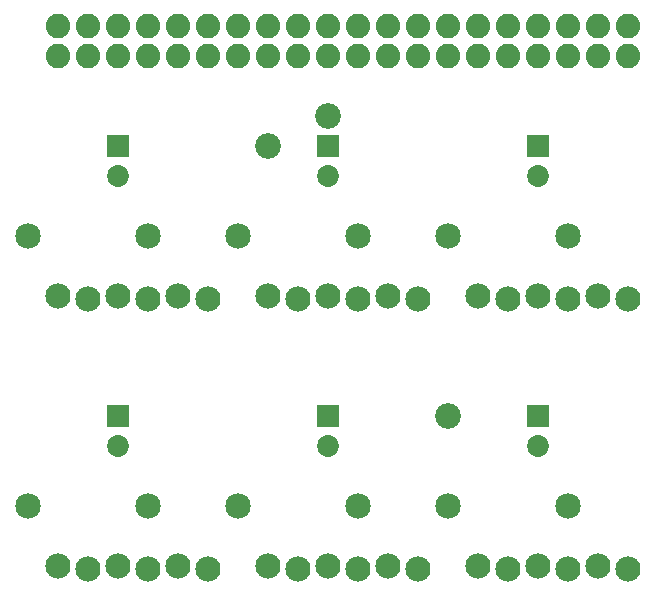
<source format=gts>
G04 MADE WITH FRITZING*
G04 WWW.FRITZING.ORG*
G04 DOUBLE SIDED*
G04 HOLES PLATED*
G04 CONTOUR ON CENTER OF CONTOUR VECTOR*
%ASAXBY*%
%FSLAX23Y23*%
%MOIN*%
%OFA0B0*%
%SFA1.0B1.0*%
%ADD10C,0.085000*%
%ADD11C,0.072992*%
%ADD12C,0.081889*%
%ADD13C,0.081917*%
%ADD14C,0.084000*%
%ADD15C,0.085433*%
%ADD16R,0.072992X0.072992*%
%LNMASK1*%
G90*
G70*
G54D10*
X302Y1584D03*
X702Y1584D03*
G54D11*
X602Y1883D03*
X602Y1784D03*
G54D10*
X1002Y1584D03*
X1402Y1584D03*
G54D11*
X1302Y1883D03*
X1302Y1784D03*
G54D10*
X1702Y1584D03*
X2102Y1584D03*
G54D11*
X2002Y1883D03*
X2002Y1784D03*
G54D10*
X302Y684D03*
X702Y684D03*
G54D11*
X602Y983D03*
X602Y884D03*
G54D10*
X1002Y684D03*
X1402Y684D03*
G54D11*
X1302Y983D03*
X1302Y884D03*
G54D10*
X1702Y684D03*
X2102Y684D03*
G54D11*
X2002Y983D03*
X2002Y884D03*
G54D12*
X402Y2184D03*
X502Y2184D03*
X602Y2184D03*
X702Y2184D03*
G54D13*
X802Y2184D03*
G54D12*
X902Y2184D03*
X1002Y2184D03*
X1102Y2184D03*
X1202Y2184D03*
G54D13*
X1302Y2184D03*
G54D12*
X1402Y2184D03*
G54D13*
X1502Y2184D03*
G54D12*
X1602Y2184D03*
X1702Y2184D03*
X1802Y2184D03*
X1902Y2184D03*
G54D13*
X2002Y2184D03*
G54D12*
X2102Y2184D03*
X2202Y2184D03*
X2302Y2184D03*
X2302Y2284D03*
X2202Y2284D03*
X2102Y2284D03*
G54D13*
X2002Y2284D03*
G54D12*
X1902Y2284D03*
X1802Y2284D03*
X1702Y2284D03*
X1602Y2284D03*
G54D13*
X1502Y2284D03*
G54D12*
X1402Y2284D03*
G54D13*
X1302Y2284D03*
G54D12*
X1202Y2284D03*
X1102Y2284D03*
X1002Y2284D03*
X902Y2284D03*
G54D13*
X802Y2284D03*
G54D12*
X702Y2284D03*
X602Y2284D03*
X502Y2284D03*
X402Y2284D03*
G54D14*
X902Y1374D03*
X802Y1384D03*
X702Y1374D03*
X602Y1384D03*
X502Y1374D03*
X402Y1384D03*
X1602Y1374D03*
X1502Y1384D03*
X1402Y1374D03*
X1302Y1384D03*
X1202Y1374D03*
X1102Y1384D03*
X2302Y1374D03*
X2202Y1384D03*
X2102Y1374D03*
X2002Y1384D03*
X1902Y1374D03*
X1802Y1384D03*
X902Y474D03*
X802Y484D03*
X702Y474D03*
X602Y484D03*
X502Y474D03*
X402Y484D03*
X1602Y474D03*
X1502Y484D03*
X1402Y474D03*
X1302Y484D03*
X1202Y474D03*
X1102Y484D03*
X2302Y474D03*
X2202Y484D03*
X2102Y474D03*
X2002Y484D03*
X1902Y474D03*
X1802Y484D03*
G54D15*
X1702Y984D03*
X1102Y1884D03*
X1302Y1984D03*
G54D16*
X602Y1883D03*
X1302Y1883D03*
X2002Y1883D03*
X602Y983D03*
X1302Y983D03*
X2002Y983D03*
G04 End of Mask1*
M02*
</source>
